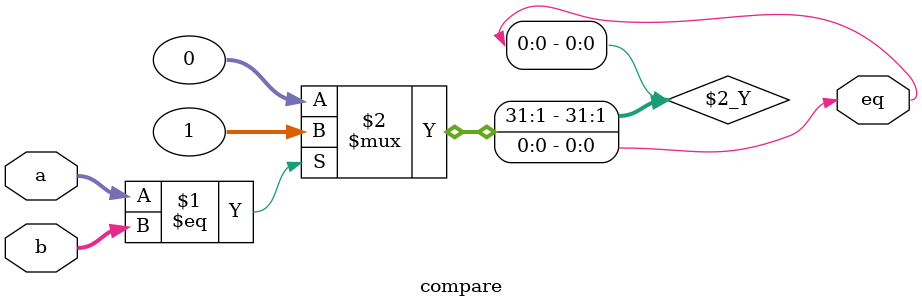
<source format=v>
module compare (input [3:0]  a, input [3:0] b, output eq);

    /*
    wire [3:0] c;
    assign c = ~(a ^ b);
    assign eq = &c;     // shorter than the previous version
    */
    
    assign eq = (a == b) ? 1 : 0; // really short
endmodule
</source>
